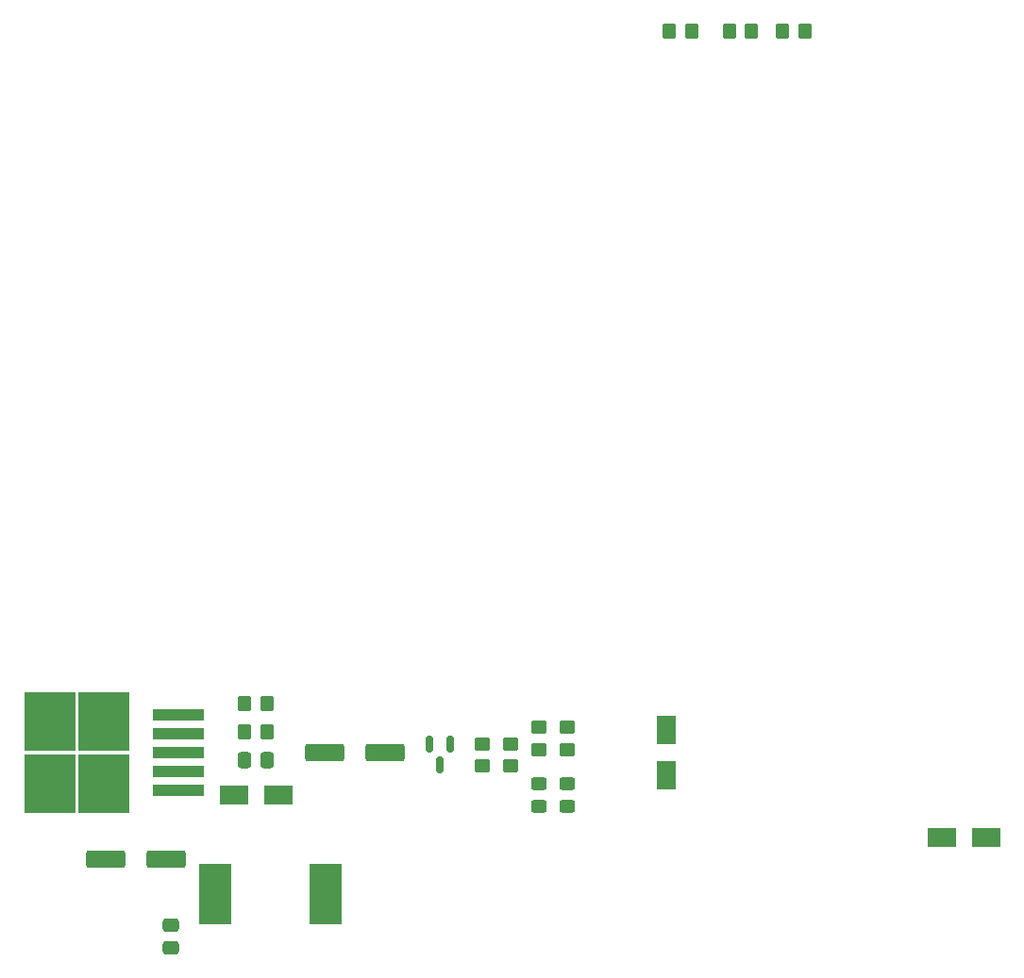
<source format=gtp>
G04 #@! TF.GenerationSoftware,KiCad,Pcbnew,(6.0.9)*
G04 #@! TF.CreationDate,2022-12-10T11:16:04+01:00*
G04 #@! TF.ProjectId,IoT12 Power Supply,496f5431-3220-4506-9f77-657220537570,V1.2*
G04 #@! TF.SameCoordinates,Original*
G04 #@! TF.FileFunction,Paste,Top*
G04 #@! TF.FilePolarity,Positive*
%FSLAX46Y46*%
G04 Gerber Fmt 4.6, Leading zero omitted, Abs format (unit mm)*
G04 Created by KiCad (PCBNEW (6.0.9)) date 2022-12-10 11:16:04*
%MOMM*%
%LPD*%
G01*
G04 APERTURE LIST*
G04 Aperture macros list*
%AMRoundRect*
0 Rectangle with rounded corners*
0 $1 Rounding radius*
0 $2 $3 $4 $5 $6 $7 $8 $9 X,Y pos of 4 corners*
0 Add a 4 corners polygon primitive as box body*
4,1,4,$2,$3,$4,$5,$6,$7,$8,$9,$2,$3,0*
0 Add four circle primitives for the rounded corners*
1,1,$1+$1,$2,$3*
1,1,$1+$1,$4,$5*
1,1,$1+$1,$6,$7*
1,1,$1+$1,$8,$9*
0 Add four rect primitives between the rounded corners*
20,1,$1+$1,$2,$3,$4,$5,0*
20,1,$1+$1,$4,$5,$6,$7,0*
20,1,$1+$1,$6,$7,$8,$9,0*
20,1,$1+$1,$8,$9,$2,$3,0*%
G04 Aperture macros list end*
%ADD10RoundRect,0.250000X-0.350000X-0.450000X0.350000X-0.450000X0.350000X0.450000X-0.350000X0.450000X0*%
%ADD11R,2.500000X1.800000*%
%ADD12RoundRect,0.250000X0.350000X0.450000X-0.350000X0.450000X-0.350000X-0.450000X0.350000X-0.450000X0*%
%ADD13RoundRect,0.250000X0.337500X0.475000X-0.337500X0.475000X-0.337500X-0.475000X0.337500X-0.475000X0*%
%ADD14RoundRect,0.250000X-1.500000X-0.550000X1.500000X-0.550000X1.500000X0.550000X-1.500000X0.550000X0*%
%ADD15R,1.800000X2.500000*%
%ADD16R,2.900000X5.400000*%
%ADD17RoundRect,0.250000X-0.450000X0.350000X-0.450000X-0.350000X0.450000X-0.350000X0.450000X0.350000X0*%
%ADD18R,4.550000X5.250000*%
%ADD19R,4.600000X1.100000*%
%ADD20RoundRect,0.250000X0.450000X-0.325000X0.450000X0.325000X-0.450000X0.325000X-0.450000X-0.325000X0*%
%ADD21RoundRect,0.250000X0.450000X-0.350000X0.450000X0.350000X-0.450000X0.350000X-0.450000X-0.350000X0*%
%ADD22RoundRect,0.250000X1.500000X0.550000X-1.500000X0.550000X-1.500000X-0.550000X1.500000X-0.550000X0*%
%ADD23RoundRect,0.150000X-0.150000X0.587500X-0.150000X-0.587500X0.150000X-0.587500X0.150000X0.587500X0*%
%ADD24RoundRect,0.250000X-0.475000X0.337500X-0.475000X-0.337500X0.475000X-0.337500X0.475000X0.337500X0*%
G04 APERTURE END LIST*
D10*
X165370000Y-58420000D03*
X167370000Y-58420000D03*
D11*
X189770000Y-130810000D03*
X193770000Y-130810000D03*
D10*
X170720000Y-58420000D03*
X172720000Y-58420000D03*
D12*
X129270000Y-118745000D03*
X127270000Y-118745000D03*
D13*
X129307500Y-123825000D03*
X127232500Y-123825000D03*
D11*
X126270000Y-127000000D03*
X130270000Y-127000000D03*
D12*
X129270000Y-121285000D03*
X127270000Y-121285000D03*
D14*
X134460000Y-123190000D03*
X139860000Y-123190000D03*
D15*
X165100000Y-121190000D03*
X165100000Y-125190000D03*
D16*
X124590000Y-135890000D03*
X134490000Y-135890000D03*
D17*
X148590000Y-122385000D03*
X148590000Y-124385000D03*
D18*
X109770000Y-125965000D03*
X114620000Y-120415000D03*
X109770000Y-120415000D03*
X114620000Y-125965000D03*
D19*
X121345000Y-126590000D03*
X121345000Y-124890000D03*
X121345000Y-123190000D03*
X121345000Y-121490000D03*
X121345000Y-119790000D03*
D20*
X156210000Y-128025000D03*
X156210000Y-125975000D03*
D10*
X175530000Y-58420000D03*
X177530000Y-58420000D03*
D20*
X153670000Y-128025000D03*
X153670000Y-125975000D03*
D17*
X153670000Y-120920000D03*
X153670000Y-122920000D03*
D21*
X151130000Y-124385000D03*
X151130000Y-122385000D03*
D17*
X156210000Y-120920000D03*
X156210000Y-122920000D03*
D22*
X120175000Y-132715000D03*
X114775000Y-132715000D03*
D23*
X145730000Y-122447500D03*
X143830000Y-122447500D03*
X144780000Y-124322500D03*
D24*
X120650000Y-138662500D03*
X120650000Y-140737500D03*
M02*

</source>
